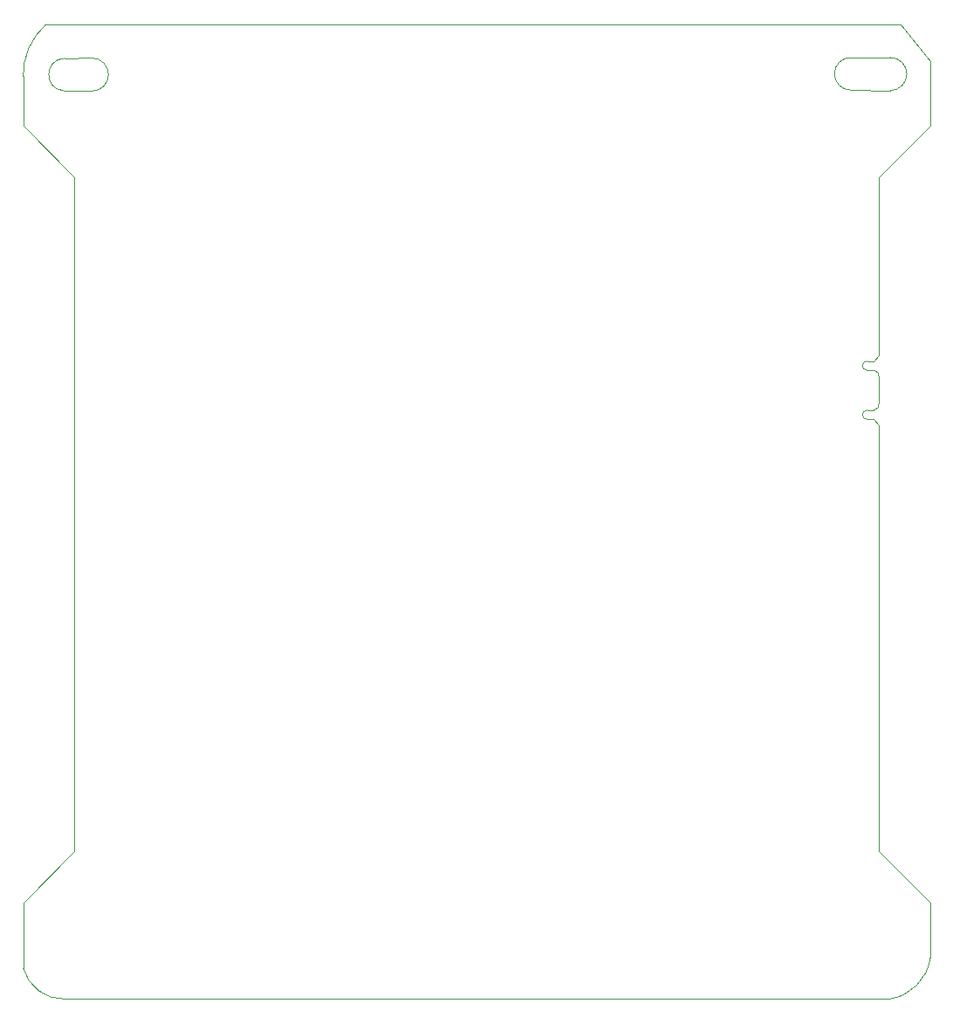
<source format=gbr>
%TF.GenerationSoftware,KiCad,Pcbnew,7.0.1*%
%TF.CreationDate,2023-07-16T20:54:18-07:00*%
%TF.ProjectId,flight_computer_dev_board_rfm98pw,666c6967-6874-45f6-936f-6d7075746572,rev?*%
%TF.SameCoordinates,Original*%
%TF.FileFunction,Profile,NP*%
%FSLAX46Y46*%
G04 Gerber Fmt 4.6, Leading zero omitted, Abs format (unit mm)*
G04 Created by KiCad (PCBNEW 7.0.1) date 2023-07-16 20:54:18*
%MOMM*%
%LPD*%
G01*
G04 APERTURE LIST*
%TA.AperFunction,Profile*%
%ADD10C,0.100000*%
%TD*%
%TA.AperFunction,Profile*%
%ADD11C,0.010000*%
%TD*%
G04 APERTURE END LIST*
D10*
X147266164Y-53978713D02*
X150016362Y-54003722D01*
X197601362Y-47563722D02*
X223001362Y-47563722D01*
X145506701Y-47589224D02*
G75*
G03*
X143343200Y-52574400I4325299J-4839176D01*
G01*
X150016362Y-54003678D02*
G75*
G03*
X150016362Y-50803722I38J1599978D01*
G01*
X223666338Y-50754470D02*
G75*
G03*
X223616362Y-53903722I-49938J-1574230D01*
G01*
X143343200Y-134000000D02*
X143343200Y-132710000D01*
X143343200Y-139074400D02*
X143343200Y-134000000D01*
X147316139Y-50829506D02*
X150016362Y-50803722D01*
X143343200Y-57380000D02*
X143343200Y-52574400D01*
X145506720Y-47589245D02*
X149976362Y-47563722D01*
X231343200Y-133532000D02*
X231343200Y-132710000D01*
X227343200Y-142074400D02*
X147343200Y-142074400D01*
X223001362Y-47563722D02*
X228441362Y-47578722D01*
X227466362Y-53953678D02*
G75*
G03*
X227466362Y-50753722I38J1599978D01*
G01*
X147316135Y-50829423D02*
G75*
G03*
X147266164Y-53978713I84165J-1576377D01*
G01*
X231343200Y-132710000D02*
X226370000Y-127736800D01*
X143343248Y-139074387D02*
G75*
G03*
X147343200Y-142074400I3939352J1085787D01*
G01*
X197601362Y-47563722D02*
X196443600Y-47563722D01*
X143343200Y-132710000D02*
X148320000Y-127733200D01*
X185536362Y-47563722D02*
X149976362Y-47563722D01*
X185536362Y-47563722D02*
X186893200Y-47563722D01*
X186893200Y-47563722D02*
X196443600Y-47563722D01*
X223616362Y-53903722D02*
X227466362Y-53953722D01*
X143343200Y-57380000D02*
X148320000Y-62356800D01*
X226370000Y-87920000D02*
X226370000Y-127736800D01*
X231343200Y-57380000D02*
X226370000Y-62353200D01*
X231343200Y-56345522D02*
X231343200Y-57380000D01*
X226370000Y-78120000D02*
X226370000Y-62353200D01*
X231343200Y-56345522D02*
X231343200Y-51074400D01*
X228441362Y-47578722D02*
X231343200Y-51074400D01*
X231343200Y-133532000D02*
X231343200Y-138074400D01*
X227466362Y-50753722D02*
X223666337Y-50754515D01*
X148320000Y-127733200D02*
X148320000Y-62356800D01*
X227343200Y-142074400D02*
G75*
G03*
X231343200Y-138074400I-618600J4618600D01*
G01*
D11*
%TO.C,J8*%
X226370000Y-87920000D02*
X226370000Y-86420000D01*
X226370000Y-86420000D02*
X225870000Y-85845000D01*
X225220000Y-85845000D02*
X225870000Y-85845000D01*
X225220000Y-84945000D02*
X225870000Y-84945000D01*
X226374943Y-83019470D02*
X226374943Y-84319470D01*
X226374943Y-83019470D02*
X226370000Y-81720000D01*
X225220000Y-81095000D02*
X225870000Y-81095000D01*
X225220000Y-80195000D02*
X225870000Y-80195000D01*
X226370000Y-79620000D02*
X225870000Y-80195000D01*
X226370000Y-78120000D02*
X226370000Y-79620000D01*
X225220000Y-84945000D02*
G75*
G03*
X225220000Y-85845000I0J-450000D01*
G01*
X225870000Y-84944998D02*
G75*
G03*
X226374943Y-84319470I-59999J564998D01*
G01*
X225220000Y-80195000D02*
G75*
G03*
X225220000Y-81095000I0J-450000D01*
G01*
X226370002Y-81720000D02*
G75*
G03*
X225865057Y-81094472I-564942J60530D01*
G01*
%TD*%
M02*

</source>
